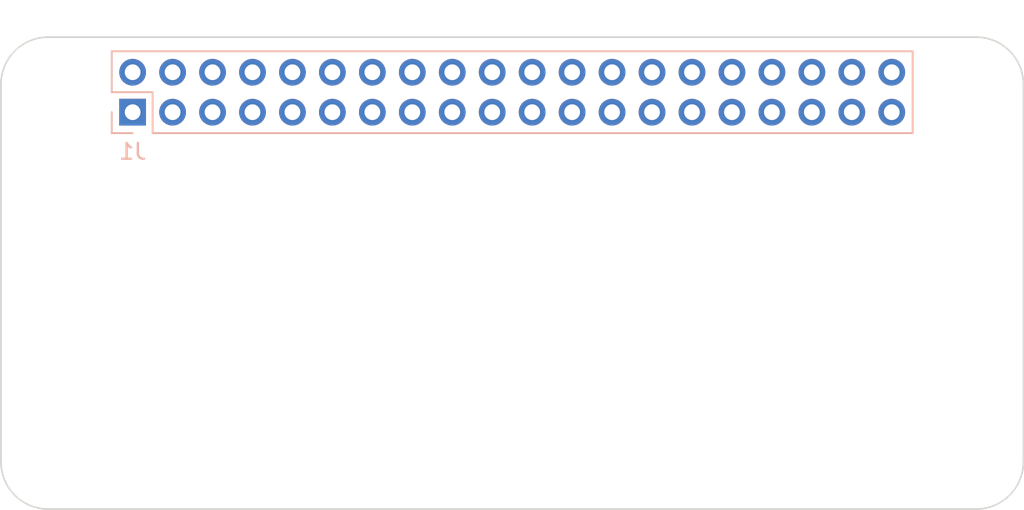
<source format=kicad_pcb>
(kicad_pcb (version 20240108) (generator "pcbnew") (generator_version "8.0")
  (title_block (date "15 nov 2012"))
  (layers (0 "F.Cu" signal) (31 "B.Cu" signal) (34 "B.Paste" user) (35 "F.Paste" user) (36 "B.SilkS" user "B.Silkscreen") (37 "F.SilkS" user "F.Silkscreen") (38 "B.Mask" user) (39 "F.Mask" user) (44 "Edge.Cuts" user))
  (net 0 "")
  (net 1 "GND")
  (net 2 "/GPIO2{slash}SDA1")
  (net 3 "/GPIO3{slash}SCL1")
  (net 4 "/GPIO4{slash}GPCLK0")
  (net 5 "/GPIO14{slash}TXD0")
  (net 6 "/GPIO15{slash}RXD0")
  (net 7 "/GPIO17")
  (net 8 "/GPIO18{slash}PCM.CLK")
  (net 9 "/GPIO27")
  (net 10 "/GPIO22")
  (net 11 "/GPIO23")
  (net 12 "/GPIO26")
  (net 13 "/GPIO24")
  (net 14 "/GPIO10{slash}SPI0.MOSI")
  (net 15 "/GPIO9{slash}SPI0.MISO")
  (net 16 "/GPIO25")
  (net 17 "/GPIO11{slash}SPI0.SCLK")
  (net 18 "/GPIO8{slash}SPI0.CE0")
  (net 19 "/GPIO7{slash}SPI0.CE1")
  (net 20 "/ID_SDA")
  (net 21 "/ID_SCL")
  (net 22 "/GPIO5")
  (net 23 "/GPIO6")
  (net 24 "/GPIO12{slash}PWM0")
  (net 25 "/GPIO13{slash}PWM1")
  (net 26 "/GPIO19{slash}PCM.FS")
  (net 27 "/GPIO16")
  (net 28 "/GPIO20{slash}PCM.DIN")
  (net 29 "/GPIO21{slash}PCM.DOUT")
  (net 30 "+5V")
  (net 31 "+3V3")
  (footprint "MountingHole:MountingHole_2.7mm_M2.5" (layer "F.Cu") (at 161.512 73.514)
    (property "Reference" "MH2" (hide yes))
    (property "Value" "MountingHole_2.7mm_M2.5" (hide yes))
    (pad "" np_thru_hole circle (at 0 0) (size 2.7 2.7) (drill 2.7) (layers "*.Cu" "*.Mask"))
  )
  (footprint "Library:board" (layer "F.Cu") (at 132.512 85.014)
    (property "Reference" "BOARD" (hide yes))
    (property "Value" "board" (hide yes))
    (fp_line (start -32.5 -12) (end -32.5 12) (stroke (width 0.1)) (layer "Edge.Cuts"))
    (fp_line (start -29.5 15) (end 29.5 15) (stroke (width 0.1)) (layer "Edge.Cuts"))
    (fp_line (start 29.5 -15) (end -29.5 -15) (stroke (width 0.1)) (layer "Edge.Cuts"))
    (fp_line (start 32.5 12) (end 32.5 -12) (stroke (width 0.1)) (layer "Edge.Cuts"))
    (fp_arc (start -32.5 -12) (mid -31.62132 -14.12132) (end -29.5 -15) (stroke (width 0.1)) (layer "Edge.Cuts"))
    (fp_arc (start -29.5 15) (mid -31.62132 14.12132) (end -32.5 12) (stroke (width 0.1)) (layer "Edge.Cuts"))
    (fp_arc (start 29.5 -15) (mid 31.621306 -14.121306) (end 32.5 -12) (stroke (width 0.1)) (layer "Edge.Cuts"))
    (fp_arc (start 32.5 12) (mid 31.621314 14.121314) (end 29.5 15) (stroke (width 0.1)) (layer "Edge.Cuts"))
  )
  (footprint "MountingHole:MountingHole_2.7mm_M2.5" (layer "F.Cu") (at 103.512 96.514)
    (property "Reference" "MH3" (hide yes))
    (property "Value" "MountingHole_2.7mm_M2.5" (hide yes))
    (pad "" np_thru_hole circle (at 0 0) (size 2.7 2.7) (drill 2.7) (layers "*.Cu" "*.Mask"))
  )
  (footprint "MountingHole:MountingHole_2.7mm_M2.5" (layer "F.Cu") (at 161.512 96.514)
    (property "Reference" "MH1" (hide yes))
    (property "Value" "MountingHole_2.7mm_M2.5" (hide yes))
    (pad "" np_thru_hole circle (at 0 0) (size 2.7 2.7) (drill 2.7) (layers "*.Cu" "*.Mask"))
  )
  (footprint "MountingHole:MountingHole_2.7mm_M2.5" (layer "F.Cu") (at 103.512 73.514)
    (property "Reference" "MH4" (hide yes))
    (property "Value" "MountingHole_2.7mm_M2.5" (hide yes))
    (pad "" np_thru_hole circle (at 0 0) (size 2.7 2.7) (drill 2.7) (layers "*.Cu" "*.Mask"))
  )
  (footprint "Connector_PinSocket_2.54mm:PinSocket_2x20_P2.54mm_Vertical" (layer "B.Cu") (at 108.382 74.783999 -90)
    (property "Reference" "J1" (at 2.5 0 0) (layer "B.SilkS") (effects (justify mirror)))
    (property "Value" "GPIO")
    (fp_line (start -3.87 1.33) (end -1.27 1.33) (stroke (width 0.12)) (layer "B.SilkS"))
    (fp_line (start -3.87 1.33) (end -3.87 -49.59) (stroke (width 0.12)) (layer "B.SilkS"))
    (fp_line (start -1.27 1.33) (end -1.27 -1.27) (stroke (width 0.12)) (layer "B.SilkS"))
    (fp_line (start 0 1.33) (end 1.33 1.33) (stroke (width 0.12)) (layer "B.SilkS"))
    (fp_line (start 1.33 1.33) (end 1.33 0) (stroke (width 0.12)) (layer "B.SilkS"))
    (fp_line (start -1.27 -1.27) (end 1.33 -1.27) (stroke (width 0.12)) (layer "B.SilkS"))
    (fp_line (start 1.33 -1.27) (end 1.33 -49.59) (stroke (width 0.12)) (layer "B.SilkS"))
    (fp_line (start -3.87 -49.59) (end 1.33 -49.59) (stroke (width 0.12)) (layer "B.SilkS"))
    (pad "1" thru_hole rect (at 0 0 270) (size 1.7 1.7) (drill 1) (layers "*.Cu" "*.Mask") (net 31 "+3V3"))
    (pad "2" thru_hole oval (at -2.54 0 270) (size 1.7 1.7) (drill 1) (layers "*.Cu" "*.Mask") (net 30 "+5V"))
    (pad "3" thru_hole oval (at 0 -2.54 270) (size 1.7 1.7) (drill 1) (layers "*.Cu" "*.Mask") (net 2 "/GPIO2{slash}SDA1"))
    (pad "4" thru_hole oval (at -2.54 -2.54 270) (size 1.7 1.7) (drill 1) (layers "*.Cu" "*.Mask") (net 30 "+5V"))
    (pad "5" thru_hole oval (at 0 -5.08 270) (size 1.7 1.7) (drill 1) (layers "*.Cu" "*.Mask") (net 3 "/GPIO3{slash}SCL1"))
    (pad "6" thru_hole oval (at -2.54 -5.08 270) (size 1.7 1.7) (drill 1) (layers "*.Cu" "*.Mask") (net 1 "GND"))
    (pad "7" thru_hole oval (at 0 -7.62 270) (size 1.7 1.7) (drill 1) (layers "*.Cu" "*.Mask") (net 4 "/GPIO4{slash}GPCLK0"))
    (pad "8" thru_hole oval (at -2.54 -7.62 270) (size 1.7 1.7) (drill 1) (layers "*.Cu" "*.Mask") (net 5 "/GPIO14{slash}TXD0"))
    (pad "9" thru_hole oval (at 0 -10.16 270) (size 1.7 1.7) (drill 1) (layers "*.Cu" "*.Mask") (net 1 "GND"))
    (pad "10" thru_hole oval (at -2.54 -10.16 270) (size 1.7 1.7) (drill 1) (layers "*.Cu" "*.Mask") (net 6 "/GPIO15{slash}RXD0"))
    (pad "11" thru_hole oval (at 0 -12.7 270) (size 1.7 1.7) (drill 1) (layers "*.Cu" "*.Mask") (net 7 "/GPIO17"))
    (pad "12" thru_hole oval (at -2.54 -12.7 270) (size 1.7 1.7) (drill 1) (layers "*.Cu" "*.Mask") (net 8 "/GPIO18{slash}PCM.CLK"))
    (pad "13" thru_hole oval (at 0 -15.24 270) (size 1.7 1.7) (drill 1) (layers "*.Cu" "*.Mask") (net 9 "/GPIO27"))
    (pad "14" thru_hole oval (at -2.54 -15.24 270) (size 1.7 1.7) (drill 1) (layers "*.Cu" "*.Mask") (net 1 "GND"))
    (pad "15" thru_hole oval (at 0 -17.78 270) (size 1.7 1.7) (drill 1) (layers "*.Cu" "*.Mask") (net 10 "/GPIO22"))
    (pad "16" thru_hole oval (at -2.54 -17.78 270) (size 1.7 1.7) (drill 1) (layers "*.Cu" "*.Mask") (net 11 "/GPIO23"))
    (pad "17" thru_hole oval (at 0 -20.32 270) (size 1.7 1.7) (drill 1) (layers "*.Cu" "*.Mask") (net 31 "+3V3"))
    (pad "18" thru_hole oval (at -2.54 -20.32 270) (size 1.7 1.7) (drill 1) (layers "*.Cu" "*.Mask") (net 13 "/GPIO24"))
    (pad "19" thru_hole oval (at 0 -22.86 270) (size 1.7 1.7) (drill 1) (layers "*.Cu" "*.Mask") (net 14 "/GPIO10{slash}SPI0.MOSI"))
    (pad "20" thru_hole oval (at -2.54 -22.86 270) (size 1.7 1.7) (drill 1) (layers "*.Cu" "*.Mask") (net 1 "GND"))
    (pad "21" thru_hole oval (at 0 -25.4 270) (size 1.7 1.7) (drill 1) (layers "*.Cu" "*.Mask") (net 15 "/GPIO9{slash}SPI0.MISO"))
    (pad "22" thru_hole oval (at -2.54 -25.4 270) (size 1.7 1.7) (drill 1) (layers "*.Cu" "*.Mask") (net 16 "/GPIO25"))
    (pad "23" thru_hole oval (at 0 -27.94 270) (size 1.7 1.7) (drill 1) (layers "*.Cu" "*.Mask") (net 17 "/GPIO11{slash}SPI0.SCLK"))
    (pad "24" thru_hole oval (at -2.54 -27.94 270) (size 1.7 1.7) (drill 1) (layers "*.Cu" "*.Mask") (net 18 "/GPIO8{slash}SPI0.CE0"))
    (pad "25" thru_hole oval (at 0 -30.48 270) (size 1.7 1.7) (drill 1) (layers "*.Cu" "*.Mask") (net 1 "GND"))
    (pad "26" thru_hole oval (at -2.54 -30.48 270) (size 1.7 1.7) (drill 1) (layers "*.Cu" "*.Mask") (net 19 "/GPIO7{slash}SPI0.CE1"))
    (pad "27" thru_hole oval (at 0 -33.02 270) (size 1.7 1.7) (drill 1) (layers "*.Cu" "*.Mask") (net 20 "/ID_SDA"))
    (pad "28" thru_hole oval (at -2.54 -33.02 270) (size 1.7 1.7) (drill 1) (layers "*.Cu" "*.Mask") (net 21 "/ID_SCL"))
    (pad "29" thru_hole oval (at 0 -35.56 270) (size 1.7 1.7) (drill 1) (layers "*.Cu" "*.Mask") (net 22 "/GPIO5"))
    (pad "30" thru_hole oval (at -2.54 -35.56 270) (size 1.7 1.7) (drill 1) (layers "*.Cu" "*.Mask") (net 1 "GND"))
    (pad "31" thru_hole oval (at 0 -38.1 270) (size 1.7 1.7) (drill 1) (layers "*.Cu" "*.Mask") (net 23 "/GPIO6"))
    (pad "32" thru_hole oval (at -2.54 -38.1 270) (size 1.7 1.7) (drill 1) (layers "*.Cu" "*.Mask") (net 24 "/GPIO12{slash}PWM0"))
    (pad "33" thru_hole oval (at 0 -40.64 270) (size 1.7 1.7) (drill 1) (layers "*.Cu" "*.Mask") (net 25 "/GPIO13{slash}PWM1"))
    (pad "34" thru_hole oval (at -2.54 -40.64 270) (size 1.7 1.7) (drill 1) (layers "*.Cu" "*.Mask") (net 1 "GND"))
    (pad "35" thru_hole oval (at 0 -43.18 270) (size 1.7 1.7) (drill 1) (layers "*.Cu" "*.Mask") (net 26 "/GPIO19{slash}PCM.FS"))
    (pad "36" thru_hole oval (at -2.54 -43.18 270) (size 1.7 1.7) (drill 1) (layers "*.Cu" "*.Mask") (net 27 "/GPIO16"))
    (pad "37" thru_hole oval (at 0 -45.72 270) (size 1.7 1.7) (drill 1) (layers "*.Cu" "*.Mask") (net 12 "/GPIO26"))
    (pad "38" thru_hole oval (at -2.54 -45.72 270) (size 1.7 1.7) (drill 1) (layers "*.Cu" "*.Mask") (net 28 "/GPIO20{slash}PCM.DIN"))
    (pad "39" thru_hole oval (at 0 -48.26 270) (size 1.7 1.7) (drill 1) (layers "*.Cu" "*.Mask") (net 1 "GND"))
    (pad "40" thru_hole oval (at -2.54 -48.26 270) (size 1.7 1.7) (drill 1) (layers "*.Cu" "*.Mask") (net 29 "/GPIO21{slash}PCM.DOUT"))
  )
)
</source>
